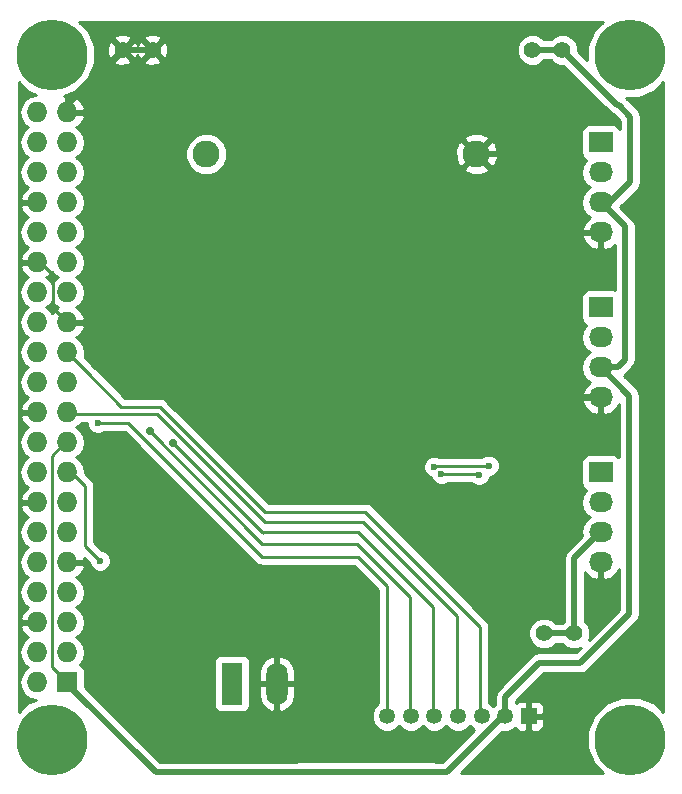
<source format=gbr>
G04 #@! TF.FileFunction,Copper,L2,Bot,Signal*
%FSLAX46Y46*%
G04 Gerber Fmt 4.6, Leading zero omitted, Abs format (unit mm)*
G04 Created by KiCad (PCBNEW 4.0.7-e2-6376~58~ubuntu17.04.1) date Sat Sep 30 09:18:45 2017*
%MOMM*%
%LPD*%
G01*
G04 APERTURE LIST*
%ADD10C,0.100000*%
%ADD11C,6.000000*%
%ADD12R,1.800000X3.600000*%
%ADD13O,1.800000X3.600000*%
%ADD14R,1.350000X1.350000*%
%ADD15C,1.350000*%
%ADD16R,2.032000X1.727200*%
%ADD17O,2.032000X1.727200*%
%ADD18C,1.400000*%
%ADD19R,1.727200X1.727200*%
%ADD20O,1.727200X1.727200*%
%ADD21C,2.290000*%
%ADD22C,0.700000*%
%ADD23C,0.600000*%
%ADD24C,0.500000*%
%ADD25C,0.250000*%
%ADD26C,0.254000*%
G04 APERTURE END LIST*
D10*
D11*
X68500000Y-58500000D03*
X117500000Y-58500000D03*
X68500000Y-116500000D03*
X117500000Y-116500000D03*
D12*
X83750000Y-111750000D03*
D13*
X87560000Y-111750000D03*
D14*
X108900000Y-114500000D03*
D15*
X106900000Y-114500000D03*
X104900000Y-114500000D03*
X102900000Y-114500000D03*
X100900000Y-114500000D03*
X98900000Y-114500000D03*
X96900000Y-114500000D03*
D16*
X115000000Y-65922000D03*
D17*
X115000000Y-68462000D03*
X115000000Y-71002000D03*
X115000000Y-73542000D03*
D16*
X115000000Y-79892000D03*
D17*
X115000000Y-82432000D03*
X115000000Y-84972000D03*
X115000000Y-87512000D03*
D16*
X115000000Y-93862000D03*
D17*
X115000000Y-96402000D03*
X115000000Y-98942000D03*
X115000000Y-101482000D03*
D18*
X74500000Y-58100000D03*
X77040000Y-58100000D03*
X110200000Y-107500000D03*
X112740000Y-107500000D03*
X109200000Y-58100000D03*
X111740000Y-58100000D03*
D19*
X69826000Y-111650000D03*
D20*
X67286000Y-111650000D03*
X69826000Y-109110000D03*
X67286000Y-109110000D03*
X69826000Y-106570000D03*
X67286000Y-106570000D03*
X69826000Y-104030000D03*
X67286000Y-104030000D03*
X69826000Y-101490000D03*
X67286000Y-101490000D03*
X69826000Y-98950000D03*
X67286000Y-98950000D03*
X69826000Y-96410000D03*
X67286000Y-96410000D03*
X69826000Y-93870000D03*
X67286000Y-93870000D03*
X69826000Y-91330000D03*
X67286000Y-91330000D03*
X69826000Y-88790000D03*
X67286000Y-88790000D03*
X69826000Y-86250000D03*
X67286000Y-86250000D03*
X69826000Y-83710000D03*
X67286000Y-83710000D03*
X69826000Y-81170000D03*
X67286000Y-81170000D03*
X69826000Y-78630000D03*
X67286000Y-78630000D03*
X69826000Y-76090000D03*
X67286000Y-76090000D03*
X69826000Y-73550000D03*
X67286000Y-73550000D03*
X69826000Y-71010000D03*
X67286000Y-71010000D03*
X69826000Y-68470000D03*
X67286000Y-68470000D03*
X69826000Y-65930000D03*
X67286000Y-65930000D03*
X69826000Y-63390000D03*
X67286000Y-63390000D03*
D21*
X104460000Y-66900000D03*
X81600000Y-66900000D03*
D22*
X76800000Y-90400000D03*
X78800000Y-91400000D03*
D23*
X72400000Y-89700000D03*
X105500000Y-93300000D03*
X100900000Y-93400000D03*
X104700000Y-94100000D03*
X101500000Y-94000000D03*
X72600000Y-101350000D03*
D22*
X108800000Y-66900000D03*
X76700000Y-85900000D03*
X99400000Y-85500000D03*
X101100000Y-79400000D03*
X82650000Y-99250000D03*
X85550000Y-80100000D03*
X112300000Y-87550000D03*
X91750000Y-111300000D03*
X76750000Y-102750000D03*
X112500000Y-73550000D03*
D24*
X109200000Y-58100000D02*
X111740000Y-58100000D01*
X111740000Y-58100000D02*
X116390000Y-62750000D01*
X116390000Y-62750000D02*
X116500000Y-62750000D01*
X106900000Y-114500000D02*
X106700000Y-114500000D01*
X106700000Y-114500000D02*
X101950000Y-119250000D01*
X101950000Y-119250000D02*
X77300000Y-119250000D01*
X106900000Y-114500000D02*
X106900000Y-112900000D01*
X117400000Y-87372000D02*
X115000000Y-84972000D01*
X117400000Y-105850000D02*
X117400000Y-87372000D01*
X113250000Y-110000000D02*
X117400000Y-105850000D01*
X109800000Y-110000000D02*
X113250000Y-110000000D01*
X106900000Y-112900000D02*
X109800000Y-110000000D01*
X77300000Y-119250000D02*
X69826000Y-111776000D01*
X77300000Y-119250000D02*
X100800000Y-119200000D01*
X69826000Y-111650000D02*
X69826000Y-111776000D01*
D25*
X69826000Y-91330000D02*
X69670000Y-91330000D01*
X69670000Y-91330000D02*
X68550000Y-92450000D01*
X68550000Y-110374000D02*
X69826000Y-111650000D01*
X68550000Y-92450000D02*
X68550000Y-110374000D01*
D24*
X115000000Y-71002000D02*
X115798000Y-71002000D01*
X115798000Y-71002000D02*
X117500000Y-69300000D01*
X117500000Y-63750000D02*
X116500000Y-62750000D01*
X117500000Y-69300000D02*
X117500000Y-63750000D01*
X115000000Y-84972000D02*
X116428000Y-84972000D01*
X117050000Y-73052000D02*
X115000000Y-71002000D01*
X117050000Y-84350000D02*
X117050000Y-73052000D01*
X116428000Y-84972000D02*
X117050000Y-84350000D01*
D25*
X98800000Y-114400000D02*
X98800000Y-104400000D01*
X94330678Y-99930678D02*
X98800000Y-104400000D01*
X94330678Y-99930678D02*
X86283373Y-99930678D01*
X98800000Y-114400000D02*
X98900000Y-114500000D01*
X86095018Y-99704143D02*
X86095018Y-99695018D01*
X86095018Y-99695018D02*
X76800000Y-90400000D01*
X86300955Y-99951824D02*
X86283373Y-99930678D01*
X86283373Y-99930678D02*
X86095018Y-99704143D01*
X86095018Y-99704143D02*
X86050000Y-99650000D01*
X100800000Y-114400000D02*
X100800000Y-105300000D01*
X94439349Y-98939349D02*
X100800000Y-105300000D01*
X94439349Y-98939349D02*
X86400000Y-98939349D01*
X100800000Y-114400000D02*
X100900000Y-114500000D01*
X86400000Y-98900000D02*
X86300000Y-98900000D01*
X86300000Y-98900000D02*
X78800000Y-91400000D01*
X86400000Y-98939349D02*
X86400000Y-98900000D01*
X86361111Y-98939349D02*
X86400000Y-98939349D01*
X86386699Y-98964638D02*
X86361111Y-98939349D01*
X75900000Y-90600000D02*
X75000000Y-89700000D01*
X86325000Y-101025000D02*
X75900000Y-90600000D01*
X72300000Y-89700000D02*
X72400000Y-89700000D01*
X75000000Y-89700000D02*
X72300000Y-89700000D01*
X96900000Y-103500000D02*
X94400000Y-101000000D01*
X96900000Y-114500000D02*
X96900000Y-103500000D01*
X94400000Y-101000000D02*
X94200000Y-101000000D01*
X67286000Y-83710000D02*
X67286000Y-83736000D01*
X87275000Y-101025000D02*
X86325000Y-101025000D01*
X94200000Y-101000000D02*
X87300000Y-101000000D01*
X87275000Y-101025000D02*
X87300000Y-101000000D01*
X86325000Y-101025000D02*
X86350000Y-101050000D01*
D24*
X115000000Y-98942000D02*
X114958000Y-98942000D01*
X114958000Y-98942000D02*
X112740000Y-101160000D01*
X112740000Y-104960000D02*
X112740000Y-107500000D01*
X112740000Y-101160000D02*
X112740000Y-104960000D01*
X112740000Y-107500000D02*
X110200000Y-107500000D01*
X115000000Y-98942000D02*
X115000000Y-99100000D01*
D25*
X105500000Y-93300000D02*
X101800000Y-93300000D01*
X101800000Y-93300000D02*
X101700000Y-93300000D01*
X101000000Y-93300000D02*
X101700000Y-93300000D01*
X101700000Y-93300000D02*
X101800000Y-93300000D01*
X100900000Y-93400000D02*
X101000000Y-93300000D01*
X104700000Y-94100000D02*
X104600000Y-94000000D01*
X104600000Y-94000000D02*
X101500000Y-94000000D01*
X71350000Y-100100000D02*
X72600000Y-101350000D01*
X71350000Y-95050000D02*
X71350000Y-100100000D01*
X70170000Y-93870000D02*
X71350000Y-95050000D01*
X69826000Y-93870000D02*
X70170000Y-93870000D01*
X104800000Y-114400000D02*
X104800000Y-106950000D01*
X86550000Y-97200000D02*
X77650000Y-88300000D01*
X77650000Y-88300000D02*
X74400000Y-88300000D01*
X74400000Y-88300000D02*
X71500000Y-85400000D01*
X71500000Y-85400000D02*
X71500000Y-85384000D01*
X95050000Y-97200000D02*
X87000000Y-97200000D01*
X104800000Y-106950000D02*
X95050000Y-97200000D01*
X87000000Y-97200000D02*
X86550000Y-97200000D01*
X104800000Y-114400000D02*
X104900000Y-114500000D01*
X71666000Y-85550000D02*
X71500000Y-85384000D01*
X71500000Y-85384000D02*
X69826000Y-83710000D01*
X102800000Y-114400000D02*
X102800000Y-106050000D01*
X94850000Y-98100000D02*
X102800000Y-106050000D01*
X94850000Y-98100000D02*
X86800000Y-98100000D01*
X102800000Y-114400000D02*
X102900000Y-114500000D01*
X69936000Y-88900000D02*
X75200000Y-88900000D01*
X86600000Y-98100000D02*
X86800000Y-98100000D01*
X77400000Y-88900000D02*
X75200000Y-88900000D01*
X86600000Y-98100000D02*
X77400000Y-88900000D01*
X69936000Y-88900000D02*
X69826000Y-88790000D01*
X86750000Y-98100000D02*
X86800000Y-98100000D01*
X67286000Y-76090000D02*
X67490000Y-76090000D01*
X67490000Y-76090000D02*
X68600000Y-77200000D01*
X68600000Y-79944000D02*
X69826000Y-81170000D01*
X68600000Y-77200000D02*
X68600000Y-79944000D01*
X67286000Y-76090000D02*
X67286000Y-76114000D01*
D24*
X77040000Y-58100000D02*
X74500000Y-58100000D01*
X74500000Y-58100000D02*
X69826000Y-62774000D01*
X69826000Y-62774000D02*
X69826000Y-63390000D01*
X104460000Y-66900000D02*
X108800000Y-66900000D01*
X67286000Y-96410000D02*
X67286000Y-96514000D01*
X115000000Y-87512000D02*
X112338000Y-87512000D01*
X112338000Y-87512000D02*
X112300000Y-87550000D01*
X69826000Y-63390000D02*
X69840000Y-63390000D01*
X114812000Y-73592000D02*
X112542000Y-73592000D01*
X112542000Y-73592000D02*
X112500000Y-73550000D01*
D26*
G36*
X120290000Y-114149715D02*
X119561751Y-113420194D01*
X118226218Y-112865632D01*
X116780126Y-112864370D01*
X115443628Y-113416600D01*
X114420194Y-114438249D01*
X113865632Y-115773782D01*
X113864370Y-117219874D01*
X114416600Y-118556372D01*
X115148948Y-119290000D01*
X103161580Y-119290000D01*
X106641804Y-115809775D01*
X107159432Y-115810226D01*
X107641086Y-115611211D01*
X107702189Y-115550214D01*
X107865301Y-115713327D01*
X108098690Y-115810000D01*
X108614250Y-115810000D01*
X108773000Y-115651250D01*
X108773000Y-114627000D01*
X109027000Y-114627000D01*
X109027000Y-115651250D01*
X109185750Y-115810000D01*
X109701310Y-115810000D01*
X109934699Y-115713327D01*
X110113327Y-115534698D01*
X110210000Y-115301309D01*
X110210000Y-114785750D01*
X110051250Y-114627000D01*
X109027000Y-114627000D01*
X108773000Y-114627000D01*
X108753000Y-114627000D01*
X108753000Y-114373000D01*
X108773000Y-114373000D01*
X108773000Y-113348750D01*
X109027000Y-113348750D01*
X109027000Y-114373000D01*
X110051250Y-114373000D01*
X110210000Y-114214250D01*
X110210000Y-113698691D01*
X110113327Y-113465302D01*
X109934699Y-113286673D01*
X109701310Y-113190000D01*
X109185750Y-113190000D01*
X109027000Y-113348750D01*
X108773000Y-113348750D01*
X108614250Y-113190000D01*
X108098690Y-113190000D01*
X107865301Y-113286673D01*
X107785000Y-113366974D01*
X107785000Y-113266580D01*
X110166579Y-110885000D01*
X113249995Y-110885000D01*
X113250000Y-110885001D01*
X113532484Y-110828810D01*
X113588675Y-110817633D01*
X113875790Y-110625790D01*
X118025787Y-106475792D01*
X118025790Y-106475790D01*
X118217633Y-106188675D01*
X118222388Y-106164769D01*
X118285001Y-105850000D01*
X118285000Y-105849995D01*
X118285000Y-87372005D01*
X118285001Y-87372000D01*
X118217634Y-87033326D01*
X118153975Y-86938054D01*
X118025790Y-86746210D01*
X118025787Y-86746208D01*
X116948033Y-85668454D01*
X117053790Y-85597790D01*
X117675787Y-84975792D01*
X117675790Y-84975790D01*
X117867633Y-84688675D01*
X117905959Y-84496000D01*
X117935001Y-84350000D01*
X117935000Y-84349995D01*
X117935000Y-73052005D01*
X117935001Y-73052000D01*
X117867633Y-72713326D01*
X117867633Y-72713325D01*
X117675790Y-72426210D01*
X117675787Y-72426208D01*
X116650580Y-71401000D01*
X118125787Y-69925792D01*
X118125790Y-69925790D01*
X118317633Y-69638675D01*
X118385000Y-69300000D01*
X118385000Y-63750005D01*
X118385001Y-63750000D01*
X118317634Y-63411326D01*
X118218526Y-63263000D01*
X118125790Y-63124210D01*
X118125787Y-63124208D01*
X117136264Y-62134684D01*
X118219874Y-62135630D01*
X119556372Y-61583400D01*
X120290000Y-60851052D01*
X120290000Y-114149715D01*
X120290000Y-114149715D01*
G37*
X120290000Y-114149715D02*
X119561751Y-113420194D01*
X118226218Y-112865632D01*
X116780126Y-112864370D01*
X115443628Y-113416600D01*
X114420194Y-114438249D01*
X113865632Y-115773782D01*
X113864370Y-117219874D01*
X114416600Y-118556372D01*
X115148948Y-119290000D01*
X103161580Y-119290000D01*
X106641804Y-115809775D01*
X107159432Y-115810226D01*
X107641086Y-115611211D01*
X107702189Y-115550214D01*
X107865301Y-115713327D01*
X108098690Y-115810000D01*
X108614250Y-115810000D01*
X108773000Y-115651250D01*
X108773000Y-114627000D01*
X109027000Y-114627000D01*
X109027000Y-115651250D01*
X109185750Y-115810000D01*
X109701310Y-115810000D01*
X109934699Y-115713327D01*
X110113327Y-115534698D01*
X110210000Y-115301309D01*
X110210000Y-114785750D01*
X110051250Y-114627000D01*
X109027000Y-114627000D01*
X108773000Y-114627000D01*
X108753000Y-114627000D01*
X108753000Y-114373000D01*
X108773000Y-114373000D01*
X108773000Y-113348750D01*
X109027000Y-113348750D01*
X109027000Y-114373000D01*
X110051250Y-114373000D01*
X110210000Y-114214250D01*
X110210000Y-113698691D01*
X110113327Y-113465302D01*
X109934699Y-113286673D01*
X109701310Y-113190000D01*
X109185750Y-113190000D01*
X109027000Y-113348750D01*
X108773000Y-113348750D01*
X108614250Y-113190000D01*
X108098690Y-113190000D01*
X107865301Y-113286673D01*
X107785000Y-113366974D01*
X107785000Y-113266580D01*
X110166579Y-110885000D01*
X113249995Y-110885000D01*
X113250000Y-110885001D01*
X113532484Y-110828810D01*
X113588675Y-110817633D01*
X113875790Y-110625790D01*
X118025787Y-106475792D01*
X118025790Y-106475790D01*
X118217633Y-106188675D01*
X118222388Y-106164769D01*
X118285001Y-105850000D01*
X118285000Y-105849995D01*
X118285000Y-87372005D01*
X118285001Y-87372000D01*
X118217634Y-87033326D01*
X118153975Y-86938054D01*
X118025790Y-86746210D01*
X118025787Y-86746208D01*
X116948033Y-85668454D01*
X117053790Y-85597790D01*
X117675787Y-84975792D01*
X117675790Y-84975790D01*
X117867633Y-84688675D01*
X117905959Y-84496000D01*
X117935001Y-84350000D01*
X117935000Y-84349995D01*
X117935000Y-73052005D01*
X117935001Y-73052000D01*
X117867633Y-72713326D01*
X117867633Y-72713325D01*
X117675790Y-72426210D01*
X117675787Y-72426208D01*
X116650580Y-71401000D01*
X118125787Y-69925792D01*
X118125790Y-69925790D01*
X118317633Y-69638675D01*
X118385000Y-69300000D01*
X118385000Y-63750005D01*
X118385001Y-63750000D01*
X118317634Y-63411326D01*
X118218526Y-63263000D01*
X118125790Y-63124210D01*
X118125787Y-63124208D01*
X117136264Y-62134684D01*
X118219874Y-62135630D01*
X119556372Y-61583400D01*
X120290000Y-60851052D01*
X120290000Y-114149715D01*
G36*
X71464838Y-89885167D02*
X71606883Y-90228943D01*
X71869673Y-90492192D01*
X72213201Y-90634838D01*
X72585167Y-90635162D01*
X72928943Y-90493117D01*
X72962118Y-90460000D01*
X74685198Y-90460000D01*
X85812599Y-101587401D01*
X86059160Y-101752148D01*
X86350000Y-101810000D01*
X86475682Y-101785000D01*
X87275000Y-101785000D01*
X87400682Y-101760000D01*
X94085198Y-101760000D01*
X96140000Y-103814802D01*
X96140000Y-113407670D01*
X95790084Y-113756976D01*
X95590228Y-114238282D01*
X95589774Y-114759432D01*
X95788789Y-115241086D01*
X96156976Y-115609916D01*
X96638282Y-115809772D01*
X97159432Y-115810226D01*
X97641086Y-115611211D01*
X97900129Y-115352620D01*
X98156976Y-115609916D01*
X98638282Y-115809772D01*
X99159432Y-115810226D01*
X99641086Y-115611211D01*
X99900129Y-115352620D01*
X100156976Y-115609916D01*
X100638282Y-115809772D01*
X101159432Y-115810226D01*
X101641086Y-115611211D01*
X101900129Y-115352620D01*
X102156976Y-115609916D01*
X102638282Y-115809772D01*
X103159432Y-115810226D01*
X103641086Y-115611211D01*
X103900129Y-115352620D01*
X104156976Y-115609916D01*
X104285243Y-115663177D01*
X101583420Y-118365000D01*
X101052298Y-118365000D01*
X100798117Y-118315002D01*
X77665799Y-118364220D01*
X71337040Y-112035460D01*
X71337040Y-110786400D01*
X71292762Y-110551083D01*
X71153690Y-110334959D01*
X70941490Y-110189969D01*
X70897869Y-110181136D01*
X70915029Y-110169670D01*
X71061807Y-109950000D01*
X82202560Y-109950000D01*
X82202560Y-113550000D01*
X82246838Y-113785317D01*
X82385910Y-114001441D01*
X82598110Y-114146431D01*
X82850000Y-114197440D01*
X84650000Y-114197440D01*
X84885317Y-114153162D01*
X85101441Y-114014090D01*
X85246431Y-113801890D01*
X85297440Y-113550000D01*
X85297440Y-111877000D01*
X86025000Y-111877000D01*
X86025000Y-112777000D01*
X86190446Y-113354752D01*
X86564394Y-113825212D01*
X87089914Y-114116756D01*
X87195260Y-114141036D01*
X87433000Y-114020378D01*
X87433000Y-111877000D01*
X87687000Y-111877000D01*
X87687000Y-114020378D01*
X87924740Y-114141036D01*
X88030086Y-114116756D01*
X88555606Y-113825212D01*
X88929554Y-113354752D01*
X89095000Y-112777000D01*
X89095000Y-111877000D01*
X87687000Y-111877000D01*
X87433000Y-111877000D01*
X86025000Y-111877000D01*
X85297440Y-111877000D01*
X85297440Y-110723000D01*
X86025000Y-110723000D01*
X86025000Y-111623000D01*
X87433000Y-111623000D01*
X87433000Y-109479622D01*
X87687000Y-109479622D01*
X87687000Y-111623000D01*
X89095000Y-111623000D01*
X89095000Y-110723000D01*
X88929554Y-110145248D01*
X88555606Y-109674788D01*
X88030086Y-109383244D01*
X87924740Y-109358964D01*
X87687000Y-109479622D01*
X87433000Y-109479622D01*
X87195260Y-109358964D01*
X87089914Y-109383244D01*
X86564394Y-109674788D01*
X86190446Y-110145248D01*
X86025000Y-110723000D01*
X85297440Y-110723000D01*
X85297440Y-109950000D01*
X85253162Y-109714683D01*
X85114090Y-109498559D01*
X84901890Y-109353569D01*
X84650000Y-109302560D01*
X82850000Y-109302560D01*
X82614683Y-109346838D01*
X82398559Y-109485910D01*
X82253569Y-109698110D01*
X82202560Y-109950000D01*
X71061807Y-109950000D01*
X71239885Y-109683489D01*
X71353959Y-109110000D01*
X71239885Y-108536511D01*
X70915029Y-108050330D01*
X70600248Y-107840000D01*
X70915029Y-107629670D01*
X71239885Y-107143489D01*
X71353959Y-106570000D01*
X71239885Y-105996511D01*
X70915029Y-105510330D01*
X70600248Y-105300000D01*
X70915029Y-105089670D01*
X71239885Y-104603489D01*
X71353959Y-104030000D01*
X71239885Y-103456511D01*
X70915029Y-102970330D01*
X70591772Y-102754336D01*
X70714490Y-102696821D01*
X71108688Y-102264947D01*
X71280958Y-101849026D01*
X71159817Y-101617000D01*
X69953000Y-101617000D01*
X69953000Y-101637000D01*
X69699000Y-101637000D01*
X69699000Y-101617000D01*
X69679000Y-101617000D01*
X69679000Y-101363000D01*
X69699000Y-101363000D01*
X69699000Y-101343000D01*
X69953000Y-101343000D01*
X69953000Y-101363000D01*
X71159817Y-101363000D01*
X71280958Y-101130974D01*
X71263131Y-101087933D01*
X71664878Y-101489680D01*
X71664838Y-101535167D01*
X71806883Y-101878943D01*
X72069673Y-102142192D01*
X72413201Y-102284838D01*
X72785167Y-102285162D01*
X73128943Y-102143117D01*
X73392192Y-101880327D01*
X73534838Y-101536799D01*
X73535162Y-101164833D01*
X73393117Y-100821057D01*
X73130327Y-100557808D01*
X72786799Y-100415162D01*
X72739923Y-100415121D01*
X72110000Y-99785198D01*
X72110000Y-95050000D01*
X72052148Y-94759161D01*
X71887401Y-94512599D01*
X71335849Y-93961047D01*
X71353959Y-93870000D01*
X71239885Y-93296511D01*
X70915029Y-92810330D01*
X70600248Y-92600000D01*
X70915029Y-92389670D01*
X71239885Y-91903489D01*
X71353959Y-91330000D01*
X71239885Y-90756511D01*
X70915029Y-90270330D01*
X70600248Y-90060000D01*
X70915029Y-89849670D01*
X71041763Y-89660000D01*
X71465034Y-89660000D01*
X71464838Y-89885167D01*
X71464838Y-89885167D01*
G37*
X71464838Y-89885167D02*
X71606883Y-90228943D01*
X71869673Y-90492192D01*
X72213201Y-90634838D01*
X72585167Y-90635162D01*
X72928943Y-90493117D01*
X72962118Y-90460000D01*
X74685198Y-90460000D01*
X85812599Y-101587401D01*
X86059160Y-101752148D01*
X86350000Y-101810000D01*
X86475682Y-101785000D01*
X87275000Y-101785000D01*
X87400682Y-101760000D01*
X94085198Y-101760000D01*
X96140000Y-103814802D01*
X96140000Y-113407670D01*
X95790084Y-113756976D01*
X95590228Y-114238282D01*
X95589774Y-114759432D01*
X95788789Y-115241086D01*
X96156976Y-115609916D01*
X96638282Y-115809772D01*
X97159432Y-115810226D01*
X97641086Y-115611211D01*
X97900129Y-115352620D01*
X98156976Y-115609916D01*
X98638282Y-115809772D01*
X99159432Y-115810226D01*
X99641086Y-115611211D01*
X99900129Y-115352620D01*
X100156976Y-115609916D01*
X100638282Y-115809772D01*
X101159432Y-115810226D01*
X101641086Y-115611211D01*
X101900129Y-115352620D01*
X102156976Y-115609916D01*
X102638282Y-115809772D01*
X103159432Y-115810226D01*
X103641086Y-115611211D01*
X103900129Y-115352620D01*
X104156976Y-115609916D01*
X104285243Y-115663177D01*
X101583420Y-118365000D01*
X101052298Y-118365000D01*
X100798117Y-118315002D01*
X77665799Y-118364220D01*
X71337040Y-112035460D01*
X71337040Y-110786400D01*
X71292762Y-110551083D01*
X71153690Y-110334959D01*
X70941490Y-110189969D01*
X70897869Y-110181136D01*
X70915029Y-110169670D01*
X71061807Y-109950000D01*
X82202560Y-109950000D01*
X82202560Y-113550000D01*
X82246838Y-113785317D01*
X82385910Y-114001441D01*
X82598110Y-114146431D01*
X82850000Y-114197440D01*
X84650000Y-114197440D01*
X84885317Y-114153162D01*
X85101441Y-114014090D01*
X85246431Y-113801890D01*
X85297440Y-113550000D01*
X85297440Y-111877000D01*
X86025000Y-111877000D01*
X86025000Y-112777000D01*
X86190446Y-113354752D01*
X86564394Y-113825212D01*
X87089914Y-114116756D01*
X87195260Y-114141036D01*
X87433000Y-114020378D01*
X87433000Y-111877000D01*
X87687000Y-111877000D01*
X87687000Y-114020378D01*
X87924740Y-114141036D01*
X88030086Y-114116756D01*
X88555606Y-113825212D01*
X88929554Y-113354752D01*
X89095000Y-112777000D01*
X89095000Y-111877000D01*
X87687000Y-111877000D01*
X87433000Y-111877000D01*
X86025000Y-111877000D01*
X85297440Y-111877000D01*
X85297440Y-110723000D01*
X86025000Y-110723000D01*
X86025000Y-111623000D01*
X87433000Y-111623000D01*
X87433000Y-109479622D01*
X87687000Y-109479622D01*
X87687000Y-111623000D01*
X89095000Y-111623000D01*
X89095000Y-110723000D01*
X88929554Y-110145248D01*
X88555606Y-109674788D01*
X88030086Y-109383244D01*
X87924740Y-109358964D01*
X87687000Y-109479622D01*
X87433000Y-109479622D01*
X87195260Y-109358964D01*
X87089914Y-109383244D01*
X86564394Y-109674788D01*
X86190446Y-110145248D01*
X86025000Y-110723000D01*
X85297440Y-110723000D01*
X85297440Y-109950000D01*
X85253162Y-109714683D01*
X85114090Y-109498559D01*
X84901890Y-109353569D01*
X84650000Y-109302560D01*
X82850000Y-109302560D01*
X82614683Y-109346838D01*
X82398559Y-109485910D01*
X82253569Y-109698110D01*
X82202560Y-109950000D01*
X71061807Y-109950000D01*
X71239885Y-109683489D01*
X71353959Y-109110000D01*
X71239885Y-108536511D01*
X70915029Y-108050330D01*
X70600248Y-107840000D01*
X70915029Y-107629670D01*
X71239885Y-107143489D01*
X71353959Y-106570000D01*
X71239885Y-105996511D01*
X70915029Y-105510330D01*
X70600248Y-105300000D01*
X70915029Y-105089670D01*
X71239885Y-104603489D01*
X71353959Y-104030000D01*
X71239885Y-103456511D01*
X70915029Y-102970330D01*
X70591772Y-102754336D01*
X70714490Y-102696821D01*
X71108688Y-102264947D01*
X71280958Y-101849026D01*
X71159817Y-101617000D01*
X69953000Y-101617000D01*
X69953000Y-101637000D01*
X69699000Y-101637000D01*
X69699000Y-101617000D01*
X69679000Y-101617000D01*
X69679000Y-101363000D01*
X69699000Y-101363000D01*
X69699000Y-101343000D01*
X69953000Y-101343000D01*
X69953000Y-101363000D01*
X71159817Y-101363000D01*
X71280958Y-101130974D01*
X71263131Y-101087933D01*
X71664878Y-101489680D01*
X71664838Y-101535167D01*
X71806883Y-101878943D01*
X72069673Y-102142192D01*
X72413201Y-102284838D01*
X72785167Y-102285162D01*
X73128943Y-102143117D01*
X73392192Y-101880327D01*
X73534838Y-101536799D01*
X73535162Y-101164833D01*
X73393117Y-100821057D01*
X73130327Y-100557808D01*
X72786799Y-100415162D01*
X72739923Y-100415121D01*
X72110000Y-99785198D01*
X72110000Y-95050000D01*
X72052148Y-94759161D01*
X71887401Y-94512599D01*
X71335849Y-93961047D01*
X71353959Y-93870000D01*
X71239885Y-93296511D01*
X70915029Y-92810330D01*
X70600248Y-92600000D01*
X70915029Y-92389670D01*
X71239885Y-91903489D01*
X71353959Y-91330000D01*
X71239885Y-90756511D01*
X70915029Y-90270330D01*
X70600248Y-90060000D01*
X70915029Y-89849670D01*
X71041763Y-89660000D01*
X71465034Y-89660000D01*
X71464838Y-89885167D01*
G36*
X66438249Y-61579806D02*
X67210671Y-61900544D01*
X66683152Y-62005474D01*
X66196971Y-62330330D01*
X65872115Y-62816511D01*
X65758041Y-63390000D01*
X65872115Y-63963489D01*
X66196971Y-64449670D01*
X66511752Y-64660000D01*
X66196971Y-64870330D01*
X65872115Y-65356511D01*
X65758041Y-65930000D01*
X65872115Y-66503489D01*
X66196971Y-66989670D01*
X66511752Y-67200000D01*
X66196971Y-67410330D01*
X65872115Y-67896511D01*
X65758041Y-68470000D01*
X65872115Y-69043489D01*
X66196971Y-69529670D01*
X66520228Y-69745664D01*
X66397510Y-69803179D01*
X66003312Y-70235053D01*
X65831042Y-70650974D01*
X65952183Y-70883000D01*
X67159000Y-70883000D01*
X67159000Y-70863000D01*
X67413000Y-70863000D01*
X67413000Y-70883000D01*
X67433000Y-70883000D01*
X67433000Y-71137000D01*
X67413000Y-71137000D01*
X67413000Y-71157000D01*
X67159000Y-71157000D01*
X67159000Y-71137000D01*
X65952183Y-71137000D01*
X65831042Y-71369026D01*
X66003312Y-71784947D01*
X66397510Y-72216821D01*
X66520228Y-72274336D01*
X66196971Y-72490330D01*
X65872115Y-72976511D01*
X65758041Y-73550000D01*
X65872115Y-74123489D01*
X66196971Y-74609670D01*
X66520228Y-74825664D01*
X66397510Y-74883179D01*
X66003312Y-75315053D01*
X65831042Y-75730974D01*
X65952183Y-75963000D01*
X67159000Y-75963000D01*
X67159000Y-75943000D01*
X67413000Y-75943000D01*
X67413000Y-75963000D01*
X67433000Y-75963000D01*
X67433000Y-76217000D01*
X67413000Y-76217000D01*
X67413000Y-76237000D01*
X67159000Y-76237000D01*
X67159000Y-76217000D01*
X65952183Y-76217000D01*
X65831042Y-76449026D01*
X66003312Y-76864947D01*
X66397510Y-77296821D01*
X66520228Y-77354336D01*
X66196971Y-77570330D01*
X65872115Y-78056511D01*
X65758041Y-78630000D01*
X65872115Y-79203489D01*
X66196971Y-79689670D01*
X66511752Y-79900000D01*
X66196971Y-80110330D01*
X65872115Y-80596511D01*
X65758041Y-81170000D01*
X65872115Y-81743489D01*
X66196971Y-82229670D01*
X66511752Y-82440000D01*
X66196971Y-82650330D01*
X65872115Y-83136511D01*
X65758041Y-83710000D01*
X65872115Y-84283489D01*
X66196971Y-84769670D01*
X66511752Y-84980000D01*
X66196971Y-85190330D01*
X65872115Y-85676511D01*
X65758041Y-86250000D01*
X65872115Y-86823489D01*
X66196971Y-87309670D01*
X66520228Y-87525664D01*
X66397510Y-87583179D01*
X66003312Y-88015053D01*
X65831042Y-88430974D01*
X65952183Y-88663000D01*
X67159000Y-88663000D01*
X67159000Y-88643000D01*
X67413000Y-88643000D01*
X67413000Y-88663000D01*
X67433000Y-88663000D01*
X67433000Y-88917000D01*
X67413000Y-88917000D01*
X67413000Y-88937000D01*
X67159000Y-88937000D01*
X67159000Y-88917000D01*
X65952183Y-88917000D01*
X65831042Y-89149026D01*
X66003312Y-89564947D01*
X66397510Y-89996821D01*
X66520228Y-90054336D01*
X66196971Y-90270330D01*
X65872115Y-90756511D01*
X65758041Y-91330000D01*
X65872115Y-91903489D01*
X66196971Y-92389670D01*
X66511752Y-92600000D01*
X66196971Y-92810330D01*
X65872115Y-93296511D01*
X65758041Y-93870000D01*
X65872115Y-94443489D01*
X66196971Y-94929670D01*
X66520228Y-95145664D01*
X66397510Y-95203179D01*
X66003312Y-95635053D01*
X65831042Y-96050974D01*
X65952183Y-96283000D01*
X67159000Y-96283000D01*
X67159000Y-96263000D01*
X67413000Y-96263000D01*
X67413000Y-96283000D01*
X67433000Y-96283000D01*
X67433000Y-96537000D01*
X67413000Y-96537000D01*
X67413000Y-96557000D01*
X67159000Y-96557000D01*
X67159000Y-96537000D01*
X65952183Y-96537000D01*
X65831042Y-96769026D01*
X66003312Y-97184947D01*
X66397510Y-97616821D01*
X66520228Y-97674336D01*
X66196971Y-97890330D01*
X65872115Y-98376511D01*
X65758041Y-98950000D01*
X65872115Y-99523489D01*
X66196971Y-100009670D01*
X66511752Y-100220000D01*
X66196971Y-100430330D01*
X65872115Y-100916511D01*
X65758041Y-101490000D01*
X65872115Y-102063489D01*
X66196971Y-102549670D01*
X66511752Y-102760000D01*
X66196971Y-102970330D01*
X65872115Y-103456511D01*
X65758041Y-104030000D01*
X65872115Y-104603489D01*
X66196971Y-105089670D01*
X66520228Y-105305664D01*
X66397510Y-105363179D01*
X66003312Y-105795053D01*
X65831042Y-106210974D01*
X65952183Y-106443000D01*
X67159000Y-106443000D01*
X67159000Y-106423000D01*
X67413000Y-106423000D01*
X67413000Y-106443000D01*
X67433000Y-106443000D01*
X67433000Y-106697000D01*
X67413000Y-106697000D01*
X67413000Y-106717000D01*
X67159000Y-106717000D01*
X67159000Y-106697000D01*
X65952183Y-106697000D01*
X65831042Y-106929026D01*
X66003312Y-107344947D01*
X66397510Y-107776821D01*
X66520228Y-107834336D01*
X66196971Y-108050330D01*
X65872115Y-108536511D01*
X65758041Y-109110000D01*
X65872115Y-109683489D01*
X66196971Y-110169670D01*
X66511752Y-110380000D01*
X66196971Y-110590330D01*
X65872115Y-111076511D01*
X65758041Y-111650000D01*
X65872115Y-112223489D01*
X66196971Y-112709670D01*
X66683152Y-113034526D01*
X67145663Y-113126525D01*
X66443628Y-113416600D01*
X65710000Y-114148948D01*
X65710000Y-60850285D01*
X66438249Y-61579806D01*
X66438249Y-61579806D01*
G37*
X66438249Y-61579806D02*
X67210671Y-61900544D01*
X66683152Y-62005474D01*
X66196971Y-62330330D01*
X65872115Y-62816511D01*
X65758041Y-63390000D01*
X65872115Y-63963489D01*
X66196971Y-64449670D01*
X66511752Y-64660000D01*
X66196971Y-64870330D01*
X65872115Y-65356511D01*
X65758041Y-65930000D01*
X65872115Y-66503489D01*
X66196971Y-66989670D01*
X66511752Y-67200000D01*
X66196971Y-67410330D01*
X65872115Y-67896511D01*
X65758041Y-68470000D01*
X65872115Y-69043489D01*
X66196971Y-69529670D01*
X66520228Y-69745664D01*
X66397510Y-69803179D01*
X66003312Y-70235053D01*
X65831042Y-70650974D01*
X65952183Y-70883000D01*
X67159000Y-70883000D01*
X67159000Y-70863000D01*
X67413000Y-70863000D01*
X67413000Y-70883000D01*
X67433000Y-70883000D01*
X67433000Y-71137000D01*
X67413000Y-71137000D01*
X67413000Y-71157000D01*
X67159000Y-71157000D01*
X67159000Y-71137000D01*
X65952183Y-71137000D01*
X65831042Y-71369026D01*
X66003312Y-71784947D01*
X66397510Y-72216821D01*
X66520228Y-72274336D01*
X66196971Y-72490330D01*
X65872115Y-72976511D01*
X65758041Y-73550000D01*
X65872115Y-74123489D01*
X66196971Y-74609670D01*
X66520228Y-74825664D01*
X66397510Y-74883179D01*
X66003312Y-75315053D01*
X65831042Y-75730974D01*
X65952183Y-75963000D01*
X67159000Y-75963000D01*
X67159000Y-75943000D01*
X67413000Y-75943000D01*
X67413000Y-75963000D01*
X67433000Y-75963000D01*
X67433000Y-76217000D01*
X67413000Y-76217000D01*
X67413000Y-76237000D01*
X67159000Y-76237000D01*
X67159000Y-76217000D01*
X65952183Y-76217000D01*
X65831042Y-76449026D01*
X66003312Y-76864947D01*
X66397510Y-77296821D01*
X66520228Y-77354336D01*
X66196971Y-77570330D01*
X65872115Y-78056511D01*
X65758041Y-78630000D01*
X65872115Y-79203489D01*
X66196971Y-79689670D01*
X66511752Y-79900000D01*
X66196971Y-80110330D01*
X65872115Y-80596511D01*
X65758041Y-81170000D01*
X65872115Y-81743489D01*
X66196971Y-82229670D01*
X66511752Y-82440000D01*
X66196971Y-82650330D01*
X65872115Y-83136511D01*
X65758041Y-83710000D01*
X65872115Y-84283489D01*
X66196971Y-84769670D01*
X66511752Y-84980000D01*
X66196971Y-85190330D01*
X65872115Y-85676511D01*
X65758041Y-86250000D01*
X65872115Y-86823489D01*
X66196971Y-87309670D01*
X66520228Y-87525664D01*
X66397510Y-87583179D01*
X66003312Y-88015053D01*
X65831042Y-88430974D01*
X65952183Y-88663000D01*
X67159000Y-88663000D01*
X67159000Y-88643000D01*
X67413000Y-88643000D01*
X67413000Y-88663000D01*
X67433000Y-88663000D01*
X67433000Y-88917000D01*
X67413000Y-88917000D01*
X67413000Y-88937000D01*
X67159000Y-88937000D01*
X67159000Y-88917000D01*
X65952183Y-88917000D01*
X65831042Y-89149026D01*
X66003312Y-89564947D01*
X66397510Y-89996821D01*
X66520228Y-90054336D01*
X66196971Y-90270330D01*
X65872115Y-90756511D01*
X65758041Y-91330000D01*
X65872115Y-91903489D01*
X66196971Y-92389670D01*
X66511752Y-92600000D01*
X66196971Y-92810330D01*
X65872115Y-93296511D01*
X65758041Y-93870000D01*
X65872115Y-94443489D01*
X66196971Y-94929670D01*
X66520228Y-95145664D01*
X66397510Y-95203179D01*
X66003312Y-95635053D01*
X65831042Y-96050974D01*
X65952183Y-96283000D01*
X67159000Y-96283000D01*
X67159000Y-96263000D01*
X67413000Y-96263000D01*
X67413000Y-96283000D01*
X67433000Y-96283000D01*
X67433000Y-96537000D01*
X67413000Y-96537000D01*
X67413000Y-96557000D01*
X67159000Y-96557000D01*
X67159000Y-96537000D01*
X65952183Y-96537000D01*
X65831042Y-96769026D01*
X66003312Y-97184947D01*
X66397510Y-97616821D01*
X66520228Y-97674336D01*
X66196971Y-97890330D01*
X65872115Y-98376511D01*
X65758041Y-98950000D01*
X65872115Y-99523489D01*
X66196971Y-100009670D01*
X66511752Y-100220000D01*
X66196971Y-100430330D01*
X65872115Y-100916511D01*
X65758041Y-101490000D01*
X65872115Y-102063489D01*
X66196971Y-102549670D01*
X66511752Y-102760000D01*
X66196971Y-102970330D01*
X65872115Y-103456511D01*
X65758041Y-104030000D01*
X65872115Y-104603489D01*
X66196971Y-105089670D01*
X66520228Y-105305664D01*
X66397510Y-105363179D01*
X66003312Y-105795053D01*
X65831042Y-106210974D01*
X65952183Y-106443000D01*
X67159000Y-106443000D01*
X67159000Y-106423000D01*
X67413000Y-106423000D01*
X67413000Y-106443000D01*
X67433000Y-106443000D01*
X67433000Y-106697000D01*
X67413000Y-106697000D01*
X67413000Y-106717000D01*
X67159000Y-106717000D01*
X67159000Y-106697000D01*
X65952183Y-106697000D01*
X65831042Y-106929026D01*
X66003312Y-107344947D01*
X66397510Y-107776821D01*
X66520228Y-107834336D01*
X66196971Y-108050330D01*
X65872115Y-108536511D01*
X65758041Y-109110000D01*
X65872115Y-109683489D01*
X66196971Y-110169670D01*
X66511752Y-110380000D01*
X66196971Y-110590330D01*
X65872115Y-111076511D01*
X65758041Y-111650000D01*
X65872115Y-112223489D01*
X66196971Y-112709670D01*
X66683152Y-113034526D01*
X67145663Y-113126525D01*
X66443628Y-113416600D01*
X65710000Y-114148948D01*
X65710000Y-60850285D01*
X66438249Y-61579806D01*
G36*
X114420194Y-56438249D02*
X113865632Y-57773782D01*
X113864585Y-58973006D01*
X113074928Y-58183348D01*
X113075231Y-57835617D01*
X112872418Y-57344771D01*
X112497204Y-56968902D01*
X112006713Y-56765232D01*
X111475617Y-56764769D01*
X110984771Y-56967582D01*
X110736921Y-57215000D01*
X110202873Y-57215000D01*
X109957204Y-56968902D01*
X109466713Y-56765232D01*
X108935617Y-56764769D01*
X108444771Y-56967582D01*
X108068902Y-57342796D01*
X107865232Y-57833287D01*
X107864769Y-58364383D01*
X108067582Y-58855229D01*
X108442796Y-59231098D01*
X108933287Y-59434768D01*
X109464383Y-59435231D01*
X109955229Y-59232418D01*
X110203079Y-58985000D01*
X110737127Y-58985000D01*
X110982796Y-59231098D01*
X111473287Y-59434768D01*
X111823493Y-59435073D01*
X115764208Y-63375787D01*
X115764210Y-63375790D01*
X116051325Y-63567633D01*
X116069710Y-63571290D01*
X116615000Y-64116579D01*
X116615000Y-64816615D01*
X116480090Y-64606959D01*
X116267890Y-64461969D01*
X116016000Y-64410960D01*
X113984000Y-64410960D01*
X113748683Y-64455238D01*
X113532559Y-64594310D01*
X113387569Y-64806510D01*
X113336560Y-65058400D01*
X113336560Y-66785600D01*
X113380838Y-67020917D01*
X113519910Y-67237041D01*
X113732110Y-67382031D01*
X113773439Y-67390400D01*
X113755585Y-67402330D01*
X113430729Y-67888511D01*
X113316655Y-68462000D01*
X113430729Y-69035489D01*
X113755585Y-69521670D01*
X114070366Y-69732000D01*
X113755585Y-69942330D01*
X113430729Y-70428511D01*
X113316655Y-71002000D01*
X113430729Y-71575489D01*
X113755585Y-72061670D01*
X114065069Y-72268461D01*
X113649268Y-72639964D01*
X113395291Y-73167209D01*
X113392642Y-73182974D01*
X113513783Y-73415000D01*
X114873000Y-73415000D01*
X114873000Y-73395000D01*
X115127000Y-73395000D01*
X115127000Y-73415000D01*
X115147000Y-73415000D01*
X115147000Y-73669000D01*
X115127000Y-73669000D01*
X115127000Y-74882924D01*
X115361913Y-75027184D01*
X115914320Y-74833954D01*
X116165000Y-74609981D01*
X116165000Y-78411133D01*
X116016000Y-78380960D01*
X113984000Y-78380960D01*
X113748683Y-78425238D01*
X113532559Y-78564310D01*
X113387569Y-78776510D01*
X113336560Y-79028400D01*
X113336560Y-80755600D01*
X113380838Y-80990917D01*
X113519910Y-81207041D01*
X113732110Y-81352031D01*
X113773439Y-81360400D01*
X113755585Y-81372330D01*
X113430729Y-81858511D01*
X113316655Y-82432000D01*
X113430729Y-83005489D01*
X113755585Y-83491670D01*
X114070366Y-83702000D01*
X113755585Y-83912330D01*
X113430729Y-84398511D01*
X113316655Y-84972000D01*
X113430729Y-85545489D01*
X113755585Y-86031670D01*
X114065069Y-86238461D01*
X113649268Y-86609964D01*
X113395291Y-87137209D01*
X113392642Y-87152974D01*
X113513783Y-87385000D01*
X114873000Y-87385000D01*
X114873000Y-87365000D01*
X115127000Y-87365000D01*
X115127000Y-87385000D01*
X115147000Y-87385000D01*
X115147000Y-87639000D01*
X115127000Y-87639000D01*
X115127000Y-88852924D01*
X115361913Y-88997184D01*
X115914320Y-88803954D01*
X116350732Y-88414036D01*
X116515000Y-88073023D01*
X116515000Y-92601211D01*
X116480090Y-92546959D01*
X116267890Y-92401969D01*
X116016000Y-92350960D01*
X113984000Y-92350960D01*
X113748683Y-92395238D01*
X113532559Y-92534310D01*
X113387569Y-92746510D01*
X113336560Y-92998400D01*
X113336560Y-94725600D01*
X113380838Y-94960917D01*
X113519910Y-95177041D01*
X113732110Y-95322031D01*
X113773439Y-95330400D01*
X113755585Y-95342330D01*
X113430729Y-95828511D01*
X113316655Y-96402000D01*
X113430729Y-96975489D01*
X113755585Y-97461670D01*
X114070366Y-97672000D01*
X113755585Y-97882330D01*
X113430729Y-98368511D01*
X113316655Y-98942000D01*
X113381321Y-99267099D01*
X112114210Y-100534210D01*
X111922367Y-100821325D01*
X111922367Y-100821326D01*
X111854999Y-101160000D01*
X111855000Y-101160005D01*
X111855000Y-106497127D01*
X111736921Y-106615000D01*
X111202873Y-106615000D01*
X110957204Y-106368902D01*
X110466713Y-106165232D01*
X109935617Y-106164769D01*
X109444771Y-106367582D01*
X109068902Y-106742796D01*
X108865232Y-107233287D01*
X108864769Y-107764383D01*
X109067582Y-108255229D01*
X109442796Y-108631098D01*
X109933287Y-108834768D01*
X110464383Y-108835231D01*
X110955229Y-108632418D01*
X111203079Y-108385000D01*
X111737127Y-108385000D01*
X111982796Y-108631098D01*
X112473287Y-108834768D01*
X113004383Y-108835231D01*
X113275010Y-108723411D01*
X112883420Y-109115000D01*
X109800000Y-109115000D01*
X109461325Y-109182367D01*
X109174210Y-109374210D01*
X109174208Y-109374213D01*
X106274210Y-112274210D01*
X106082367Y-112561325D01*
X106082367Y-112561326D01*
X106014999Y-112900000D01*
X106015000Y-112900005D01*
X106015000Y-113532452D01*
X105899871Y-113647380D01*
X105643024Y-113390084D01*
X105560000Y-113355609D01*
X105560000Y-106950000D01*
X105532152Y-106810000D01*
X105502148Y-106659160D01*
X105337401Y-106412599D01*
X95587401Y-96662599D01*
X95340839Y-96497852D01*
X95050000Y-96440000D01*
X86864802Y-96440000D01*
X84009969Y-93585167D01*
X99964838Y-93585167D01*
X100106883Y-93928943D01*
X100369673Y-94192192D01*
X100608762Y-94291471D01*
X100706883Y-94528943D01*
X100969673Y-94792192D01*
X101313201Y-94934838D01*
X101685167Y-94935162D01*
X102028943Y-94793117D01*
X102062118Y-94760000D01*
X104037711Y-94760000D01*
X104169673Y-94892192D01*
X104513201Y-95034838D01*
X104885167Y-95035162D01*
X105228943Y-94893117D01*
X105492192Y-94630327D01*
X105634838Y-94286799D01*
X105634883Y-94235118D01*
X105685167Y-94235162D01*
X106028943Y-94093117D01*
X106292192Y-93830327D01*
X106434838Y-93486799D01*
X106435162Y-93114833D01*
X106293117Y-92771057D01*
X106030327Y-92507808D01*
X105686799Y-92365162D01*
X105314833Y-92364838D01*
X104971057Y-92506883D01*
X104937882Y-92540000D01*
X101267028Y-92540000D01*
X101086799Y-92465162D01*
X100714833Y-92464838D01*
X100371057Y-92606883D01*
X100107808Y-92869673D01*
X99965162Y-93213201D01*
X99964838Y-93585167D01*
X84009969Y-93585167D01*
X78295828Y-87871026D01*
X113392642Y-87871026D01*
X113395291Y-87886791D01*
X113649268Y-88414036D01*
X114085680Y-88803954D01*
X114638087Y-88997184D01*
X114873000Y-88852924D01*
X114873000Y-87639000D01*
X113513783Y-87639000D01*
X113392642Y-87871026D01*
X78295828Y-87871026D01*
X78187401Y-87762599D01*
X77940839Y-87597852D01*
X77650000Y-87540000D01*
X74714802Y-87540000D01*
X72235620Y-85060818D01*
X72203401Y-85012599D01*
X72037404Y-84846602D01*
X72037402Y-84846599D01*
X71278776Y-84087973D01*
X71353959Y-83710000D01*
X71239885Y-83136511D01*
X70915029Y-82650330D01*
X70591772Y-82434336D01*
X70714490Y-82376821D01*
X71108688Y-81944947D01*
X71280958Y-81529026D01*
X71159817Y-81297000D01*
X69953000Y-81297000D01*
X69953000Y-81317000D01*
X69699000Y-81317000D01*
X69699000Y-81297000D01*
X69679000Y-81297000D01*
X69679000Y-81043000D01*
X69699000Y-81043000D01*
X69699000Y-81023000D01*
X69953000Y-81023000D01*
X69953000Y-81043000D01*
X71159817Y-81043000D01*
X71280958Y-80810974D01*
X71108688Y-80395053D01*
X70714490Y-79963179D01*
X70591772Y-79905664D01*
X70915029Y-79689670D01*
X71239885Y-79203489D01*
X71353959Y-78630000D01*
X71239885Y-78056511D01*
X70915029Y-77570330D01*
X70600248Y-77360000D01*
X70915029Y-77149670D01*
X71239885Y-76663489D01*
X71353959Y-76090000D01*
X71239885Y-75516511D01*
X70915029Y-75030330D01*
X70600248Y-74820000D01*
X70915029Y-74609670D01*
X71239885Y-74123489D01*
X71284135Y-73901026D01*
X113392642Y-73901026D01*
X113395291Y-73916791D01*
X113649268Y-74444036D01*
X114085680Y-74833954D01*
X114638087Y-75027184D01*
X114873000Y-74882924D01*
X114873000Y-73669000D01*
X113513783Y-73669000D01*
X113392642Y-73901026D01*
X71284135Y-73901026D01*
X71353959Y-73550000D01*
X71239885Y-72976511D01*
X70915029Y-72490330D01*
X70600248Y-72280000D01*
X70915029Y-72069670D01*
X71239885Y-71583489D01*
X71353959Y-71010000D01*
X71239885Y-70436511D01*
X70915029Y-69950330D01*
X70600248Y-69740000D01*
X70915029Y-69529670D01*
X71239885Y-69043489D01*
X71353959Y-68470000D01*
X71239885Y-67896511D01*
X70915029Y-67410330D01*
X70678835Y-67252510D01*
X79819692Y-67252510D01*
X80090110Y-67906972D01*
X80590395Y-68408130D01*
X81244383Y-68679690D01*
X81952510Y-68680308D01*
X82606972Y-68409890D01*
X82859893Y-68157409D01*
X103382196Y-68157409D01*
X103498605Y-68439312D01*
X104160856Y-68690049D01*
X104868649Y-68668267D01*
X105421395Y-68439312D01*
X105537804Y-68157409D01*
X104460000Y-67079605D01*
X103382196Y-68157409D01*
X82859893Y-68157409D01*
X83108130Y-67909605D01*
X83379690Y-67255617D01*
X83380261Y-66600856D01*
X102669951Y-66600856D01*
X102691733Y-67308649D01*
X102920688Y-67861395D01*
X103202591Y-67977804D01*
X104280395Y-66900000D01*
X104639605Y-66900000D01*
X105717409Y-67977804D01*
X105999312Y-67861395D01*
X106250049Y-67199144D01*
X106228267Y-66491351D01*
X105999312Y-65938605D01*
X105717409Y-65822196D01*
X104639605Y-66900000D01*
X104280395Y-66900000D01*
X103202591Y-65822196D01*
X102920688Y-65938605D01*
X102669951Y-66600856D01*
X83380261Y-66600856D01*
X83380308Y-66547490D01*
X83109890Y-65893028D01*
X82859890Y-65642591D01*
X103382196Y-65642591D01*
X104460000Y-66720395D01*
X105537804Y-65642591D01*
X105421395Y-65360688D01*
X104759144Y-65109951D01*
X104051351Y-65131733D01*
X103498605Y-65360688D01*
X103382196Y-65642591D01*
X82859890Y-65642591D01*
X82609605Y-65391870D01*
X81955617Y-65120310D01*
X81247490Y-65119692D01*
X80593028Y-65390110D01*
X80091870Y-65890395D01*
X79820310Y-66544383D01*
X79819692Y-67252510D01*
X70678835Y-67252510D01*
X70600248Y-67200000D01*
X70915029Y-66989670D01*
X71239885Y-66503489D01*
X71353959Y-65930000D01*
X71239885Y-65356511D01*
X70915029Y-64870330D01*
X70591772Y-64654336D01*
X70714490Y-64596821D01*
X71108688Y-64164947D01*
X71280958Y-63749026D01*
X71159817Y-63517000D01*
X69953000Y-63517000D01*
X69953000Y-63537000D01*
X69699000Y-63537000D01*
X69699000Y-63517000D01*
X69679000Y-63517000D01*
X69679000Y-63263000D01*
X69699000Y-63263000D01*
X69699000Y-62055531D01*
X69953000Y-62055531D01*
X69953000Y-63263000D01*
X71159817Y-63263000D01*
X71280958Y-63030974D01*
X71108688Y-62615053D01*
X70714490Y-62183179D01*
X70185027Y-61935032D01*
X69953000Y-62055531D01*
X69699000Y-62055531D01*
X69572599Y-61989887D01*
X70556372Y-61583400D01*
X71579806Y-60561751D01*
X72134368Y-59226218D01*
X72134534Y-59035275D01*
X73744331Y-59035275D01*
X73806169Y-59271042D01*
X74307122Y-59447419D01*
X74837440Y-59418664D01*
X75193831Y-59271042D01*
X75255669Y-59035275D01*
X76284331Y-59035275D01*
X76346169Y-59271042D01*
X76847122Y-59447419D01*
X77377440Y-59418664D01*
X77733831Y-59271042D01*
X77795669Y-59035275D01*
X77040000Y-58279605D01*
X76284331Y-59035275D01*
X75255669Y-59035275D01*
X74500000Y-58279605D01*
X73744331Y-59035275D01*
X72134534Y-59035275D01*
X72135519Y-57907122D01*
X73152581Y-57907122D01*
X73181336Y-58437440D01*
X73328958Y-58793831D01*
X73564725Y-58855669D01*
X74320395Y-58100000D01*
X74679605Y-58100000D01*
X75435275Y-58855669D01*
X75671042Y-58793831D01*
X75761977Y-58535555D01*
X75868958Y-58793831D01*
X76104725Y-58855669D01*
X76860395Y-58100000D01*
X77219605Y-58100000D01*
X77975275Y-58855669D01*
X78211042Y-58793831D01*
X78387419Y-58292878D01*
X78358664Y-57762560D01*
X78211042Y-57406169D01*
X77975275Y-57344331D01*
X77219605Y-58100000D01*
X76860395Y-58100000D01*
X76104725Y-57344331D01*
X75868958Y-57406169D01*
X75778023Y-57664445D01*
X75671042Y-57406169D01*
X75435275Y-57344331D01*
X74679605Y-58100000D01*
X74320395Y-58100000D01*
X73564725Y-57344331D01*
X73328958Y-57406169D01*
X73152581Y-57907122D01*
X72135519Y-57907122D01*
X72135630Y-57780126D01*
X71881352Y-57164725D01*
X73744331Y-57164725D01*
X74500000Y-57920395D01*
X75255669Y-57164725D01*
X76284331Y-57164725D01*
X77040000Y-57920395D01*
X77795669Y-57164725D01*
X77733831Y-56928958D01*
X77232878Y-56752581D01*
X76702560Y-56781336D01*
X76346169Y-56928958D01*
X76284331Y-57164725D01*
X75255669Y-57164725D01*
X75193831Y-56928958D01*
X74692878Y-56752581D01*
X74162560Y-56781336D01*
X73806169Y-56928958D01*
X73744331Y-57164725D01*
X71881352Y-57164725D01*
X71583400Y-56443628D01*
X70851052Y-55710000D01*
X115149715Y-55710000D01*
X114420194Y-56438249D01*
X114420194Y-56438249D01*
G37*
X114420194Y-56438249D02*
X113865632Y-57773782D01*
X113864585Y-58973006D01*
X113074928Y-58183348D01*
X113075231Y-57835617D01*
X112872418Y-57344771D01*
X112497204Y-56968902D01*
X112006713Y-56765232D01*
X111475617Y-56764769D01*
X110984771Y-56967582D01*
X110736921Y-57215000D01*
X110202873Y-57215000D01*
X109957204Y-56968902D01*
X109466713Y-56765232D01*
X108935617Y-56764769D01*
X108444771Y-56967582D01*
X108068902Y-57342796D01*
X107865232Y-57833287D01*
X107864769Y-58364383D01*
X108067582Y-58855229D01*
X108442796Y-59231098D01*
X108933287Y-59434768D01*
X109464383Y-59435231D01*
X109955229Y-59232418D01*
X110203079Y-58985000D01*
X110737127Y-58985000D01*
X110982796Y-59231098D01*
X111473287Y-59434768D01*
X111823493Y-59435073D01*
X115764208Y-63375787D01*
X115764210Y-63375790D01*
X116051325Y-63567633D01*
X116069710Y-63571290D01*
X116615000Y-64116579D01*
X116615000Y-64816615D01*
X116480090Y-64606959D01*
X116267890Y-64461969D01*
X116016000Y-64410960D01*
X113984000Y-64410960D01*
X113748683Y-64455238D01*
X113532559Y-64594310D01*
X113387569Y-64806510D01*
X113336560Y-65058400D01*
X113336560Y-66785600D01*
X113380838Y-67020917D01*
X113519910Y-67237041D01*
X113732110Y-67382031D01*
X113773439Y-67390400D01*
X113755585Y-67402330D01*
X113430729Y-67888511D01*
X113316655Y-68462000D01*
X113430729Y-69035489D01*
X113755585Y-69521670D01*
X114070366Y-69732000D01*
X113755585Y-69942330D01*
X113430729Y-70428511D01*
X113316655Y-71002000D01*
X113430729Y-71575489D01*
X113755585Y-72061670D01*
X114065069Y-72268461D01*
X113649268Y-72639964D01*
X113395291Y-73167209D01*
X113392642Y-73182974D01*
X113513783Y-73415000D01*
X114873000Y-73415000D01*
X114873000Y-73395000D01*
X115127000Y-73395000D01*
X115127000Y-73415000D01*
X115147000Y-73415000D01*
X115147000Y-73669000D01*
X115127000Y-73669000D01*
X115127000Y-74882924D01*
X115361913Y-75027184D01*
X115914320Y-74833954D01*
X116165000Y-74609981D01*
X116165000Y-78411133D01*
X116016000Y-78380960D01*
X113984000Y-78380960D01*
X113748683Y-78425238D01*
X113532559Y-78564310D01*
X113387569Y-78776510D01*
X113336560Y-79028400D01*
X113336560Y-80755600D01*
X113380838Y-80990917D01*
X113519910Y-81207041D01*
X113732110Y-81352031D01*
X113773439Y-81360400D01*
X113755585Y-81372330D01*
X113430729Y-81858511D01*
X113316655Y-82432000D01*
X113430729Y-83005489D01*
X113755585Y-83491670D01*
X114070366Y-83702000D01*
X113755585Y-83912330D01*
X113430729Y-84398511D01*
X113316655Y-84972000D01*
X113430729Y-85545489D01*
X113755585Y-86031670D01*
X114065069Y-86238461D01*
X113649268Y-86609964D01*
X113395291Y-87137209D01*
X113392642Y-87152974D01*
X113513783Y-87385000D01*
X114873000Y-87385000D01*
X114873000Y-87365000D01*
X115127000Y-87365000D01*
X115127000Y-87385000D01*
X115147000Y-87385000D01*
X115147000Y-87639000D01*
X115127000Y-87639000D01*
X115127000Y-88852924D01*
X115361913Y-88997184D01*
X115914320Y-88803954D01*
X116350732Y-88414036D01*
X116515000Y-88073023D01*
X116515000Y-92601211D01*
X116480090Y-92546959D01*
X116267890Y-92401969D01*
X116016000Y-92350960D01*
X113984000Y-92350960D01*
X113748683Y-92395238D01*
X113532559Y-92534310D01*
X113387569Y-92746510D01*
X113336560Y-92998400D01*
X113336560Y-94725600D01*
X113380838Y-94960917D01*
X113519910Y-95177041D01*
X113732110Y-95322031D01*
X113773439Y-95330400D01*
X113755585Y-95342330D01*
X113430729Y-95828511D01*
X113316655Y-96402000D01*
X113430729Y-96975489D01*
X113755585Y-97461670D01*
X114070366Y-97672000D01*
X113755585Y-97882330D01*
X113430729Y-98368511D01*
X113316655Y-98942000D01*
X113381321Y-99267099D01*
X112114210Y-100534210D01*
X111922367Y-100821325D01*
X111922367Y-100821326D01*
X111854999Y-101160000D01*
X111855000Y-101160005D01*
X111855000Y-106497127D01*
X111736921Y-106615000D01*
X111202873Y-106615000D01*
X110957204Y-106368902D01*
X110466713Y-106165232D01*
X109935617Y-106164769D01*
X109444771Y-106367582D01*
X109068902Y-106742796D01*
X108865232Y-107233287D01*
X108864769Y-107764383D01*
X109067582Y-108255229D01*
X109442796Y-108631098D01*
X109933287Y-108834768D01*
X110464383Y-108835231D01*
X110955229Y-108632418D01*
X111203079Y-108385000D01*
X111737127Y-108385000D01*
X111982796Y-108631098D01*
X112473287Y-108834768D01*
X113004383Y-108835231D01*
X113275010Y-108723411D01*
X112883420Y-109115000D01*
X109800000Y-109115000D01*
X109461325Y-109182367D01*
X109174210Y-109374210D01*
X109174208Y-109374213D01*
X106274210Y-112274210D01*
X106082367Y-112561325D01*
X106082367Y-112561326D01*
X106014999Y-112900000D01*
X106015000Y-112900005D01*
X106015000Y-113532452D01*
X105899871Y-113647380D01*
X105643024Y-113390084D01*
X105560000Y-113355609D01*
X105560000Y-106950000D01*
X105532152Y-106810000D01*
X105502148Y-106659160D01*
X105337401Y-106412599D01*
X95587401Y-96662599D01*
X95340839Y-96497852D01*
X95050000Y-96440000D01*
X86864802Y-96440000D01*
X84009969Y-93585167D01*
X99964838Y-93585167D01*
X100106883Y-93928943D01*
X100369673Y-94192192D01*
X100608762Y-94291471D01*
X100706883Y-94528943D01*
X100969673Y-94792192D01*
X101313201Y-94934838D01*
X101685167Y-94935162D01*
X102028943Y-94793117D01*
X102062118Y-94760000D01*
X104037711Y-94760000D01*
X104169673Y-94892192D01*
X104513201Y-95034838D01*
X104885167Y-95035162D01*
X105228943Y-94893117D01*
X105492192Y-94630327D01*
X105634838Y-94286799D01*
X105634883Y-94235118D01*
X105685167Y-94235162D01*
X106028943Y-94093117D01*
X106292192Y-93830327D01*
X106434838Y-93486799D01*
X106435162Y-93114833D01*
X106293117Y-92771057D01*
X106030327Y-92507808D01*
X105686799Y-92365162D01*
X105314833Y-92364838D01*
X104971057Y-92506883D01*
X104937882Y-92540000D01*
X101267028Y-92540000D01*
X101086799Y-92465162D01*
X100714833Y-92464838D01*
X100371057Y-92606883D01*
X100107808Y-92869673D01*
X99965162Y-93213201D01*
X99964838Y-93585167D01*
X84009969Y-93585167D01*
X78295828Y-87871026D01*
X113392642Y-87871026D01*
X113395291Y-87886791D01*
X113649268Y-88414036D01*
X114085680Y-88803954D01*
X114638087Y-88997184D01*
X114873000Y-88852924D01*
X114873000Y-87639000D01*
X113513783Y-87639000D01*
X113392642Y-87871026D01*
X78295828Y-87871026D01*
X78187401Y-87762599D01*
X77940839Y-87597852D01*
X77650000Y-87540000D01*
X74714802Y-87540000D01*
X72235620Y-85060818D01*
X72203401Y-85012599D01*
X72037404Y-84846602D01*
X72037402Y-84846599D01*
X71278776Y-84087973D01*
X71353959Y-83710000D01*
X71239885Y-83136511D01*
X70915029Y-82650330D01*
X70591772Y-82434336D01*
X70714490Y-82376821D01*
X71108688Y-81944947D01*
X71280958Y-81529026D01*
X71159817Y-81297000D01*
X69953000Y-81297000D01*
X69953000Y-81317000D01*
X69699000Y-81317000D01*
X69699000Y-81297000D01*
X69679000Y-81297000D01*
X69679000Y-81043000D01*
X69699000Y-81043000D01*
X69699000Y-81023000D01*
X69953000Y-81023000D01*
X69953000Y-81043000D01*
X71159817Y-81043000D01*
X71280958Y-80810974D01*
X71108688Y-80395053D01*
X70714490Y-79963179D01*
X70591772Y-79905664D01*
X70915029Y-79689670D01*
X71239885Y-79203489D01*
X71353959Y-78630000D01*
X71239885Y-78056511D01*
X70915029Y-77570330D01*
X70600248Y-77360000D01*
X70915029Y-77149670D01*
X71239885Y-76663489D01*
X71353959Y-76090000D01*
X71239885Y-75516511D01*
X70915029Y-75030330D01*
X70600248Y-74820000D01*
X70915029Y-74609670D01*
X71239885Y-74123489D01*
X71284135Y-73901026D01*
X113392642Y-73901026D01*
X113395291Y-73916791D01*
X113649268Y-74444036D01*
X114085680Y-74833954D01*
X114638087Y-75027184D01*
X114873000Y-74882924D01*
X114873000Y-73669000D01*
X113513783Y-73669000D01*
X113392642Y-73901026D01*
X71284135Y-73901026D01*
X71353959Y-73550000D01*
X71239885Y-72976511D01*
X70915029Y-72490330D01*
X70600248Y-72280000D01*
X70915029Y-72069670D01*
X71239885Y-71583489D01*
X71353959Y-71010000D01*
X71239885Y-70436511D01*
X70915029Y-69950330D01*
X70600248Y-69740000D01*
X70915029Y-69529670D01*
X71239885Y-69043489D01*
X71353959Y-68470000D01*
X71239885Y-67896511D01*
X70915029Y-67410330D01*
X70678835Y-67252510D01*
X79819692Y-67252510D01*
X80090110Y-67906972D01*
X80590395Y-68408130D01*
X81244383Y-68679690D01*
X81952510Y-68680308D01*
X82606972Y-68409890D01*
X82859893Y-68157409D01*
X103382196Y-68157409D01*
X103498605Y-68439312D01*
X104160856Y-68690049D01*
X104868649Y-68668267D01*
X105421395Y-68439312D01*
X105537804Y-68157409D01*
X104460000Y-67079605D01*
X103382196Y-68157409D01*
X82859893Y-68157409D01*
X83108130Y-67909605D01*
X83379690Y-67255617D01*
X83380261Y-66600856D01*
X102669951Y-66600856D01*
X102691733Y-67308649D01*
X102920688Y-67861395D01*
X103202591Y-67977804D01*
X104280395Y-66900000D01*
X104639605Y-66900000D01*
X105717409Y-67977804D01*
X105999312Y-67861395D01*
X106250049Y-67199144D01*
X106228267Y-66491351D01*
X105999312Y-65938605D01*
X105717409Y-65822196D01*
X104639605Y-66900000D01*
X104280395Y-66900000D01*
X103202591Y-65822196D01*
X102920688Y-65938605D01*
X102669951Y-66600856D01*
X83380261Y-66600856D01*
X83380308Y-66547490D01*
X83109890Y-65893028D01*
X82859890Y-65642591D01*
X103382196Y-65642591D01*
X104460000Y-66720395D01*
X105537804Y-65642591D01*
X105421395Y-65360688D01*
X104759144Y-65109951D01*
X104051351Y-65131733D01*
X103498605Y-65360688D01*
X103382196Y-65642591D01*
X82859890Y-65642591D01*
X82609605Y-65391870D01*
X81955617Y-65120310D01*
X81247490Y-65119692D01*
X80593028Y-65390110D01*
X80091870Y-65890395D01*
X79820310Y-66544383D01*
X79819692Y-67252510D01*
X70678835Y-67252510D01*
X70600248Y-67200000D01*
X70915029Y-66989670D01*
X71239885Y-66503489D01*
X71353959Y-65930000D01*
X71239885Y-65356511D01*
X70915029Y-64870330D01*
X70591772Y-64654336D01*
X70714490Y-64596821D01*
X71108688Y-64164947D01*
X71280958Y-63749026D01*
X71159817Y-63517000D01*
X69953000Y-63517000D01*
X69953000Y-63537000D01*
X69699000Y-63537000D01*
X69699000Y-63517000D01*
X69679000Y-63517000D01*
X69679000Y-63263000D01*
X69699000Y-63263000D01*
X69699000Y-62055531D01*
X69953000Y-62055531D01*
X69953000Y-63263000D01*
X71159817Y-63263000D01*
X71280958Y-63030974D01*
X71108688Y-62615053D01*
X70714490Y-62183179D01*
X70185027Y-61935032D01*
X69953000Y-62055531D01*
X69699000Y-62055531D01*
X69572599Y-61989887D01*
X70556372Y-61583400D01*
X71579806Y-60561751D01*
X72134368Y-59226218D01*
X72134534Y-59035275D01*
X73744331Y-59035275D01*
X73806169Y-59271042D01*
X74307122Y-59447419D01*
X74837440Y-59418664D01*
X75193831Y-59271042D01*
X75255669Y-59035275D01*
X76284331Y-59035275D01*
X76346169Y-59271042D01*
X76847122Y-59447419D01*
X77377440Y-59418664D01*
X77733831Y-59271042D01*
X77795669Y-59035275D01*
X77040000Y-58279605D01*
X76284331Y-59035275D01*
X75255669Y-59035275D01*
X74500000Y-58279605D01*
X73744331Y-59035275D01*
X72134534Y-59035275D01*
X72135519Y-57907122D01*
X73152581Y-57907122D01*
X73181336Y-58437440D01*
X73328958Y-58793831D01*
X73564725Y-58855669D01*
X74320395Y-58100000D01*
X74679605Y-58100000D01*
X75435275Y-58855669D01*
X75671042Y-58793831D01*
X75761977Y-58535555D01*
X75868958Y-58793831D01*
X76104725Y-58855669D01*
X76860395Y-58100000D01*
X77219605Y-58100000D01*
X77975275Y-58855669D01*
X78211042Y-58793831D01*
X78387419Y-58292878D01*
X78358664Y-57762560D01*
X78211042Y-57406169D01*
X77975275Y-57344331D01*
X77219605Y-58100000D01*
X76860395Y-58100000D01*
X76104725Y-57344331D01*
X75868958Y-57406169D01*
X75778023Y-57664445D01*
X75671042Y-57406169D01*
X75435275Y-57344331D01*
X74679605Y-58100000D01*
X74320395Y-58100000D01*
X73564725Y-57344331D01*
X73328958Y-57406169D01*
X73152581Y-57907122D01*
X72135519Y-57907122D01*
X72135630Y-57780126D01*
X71881352Y-57164725D01*
X73744331Y-57164725D01*
X74500000Y-57920395D01*
X75255669Y-57164725D01*
X76284331Y-57164725D01*
X77040000Y-57920395D01*
X77795669Y-57164725D01*
X77733831Y-56928958D01*
X77232878Y-56752581D01*
X76702560Y-56781336D01*
X76346169Y-56928958D01*
X76284331Y-57164725D01*
X75255669Y-57164725D01*
X75193831Y-56928958D01*
X74692878Y-56752581D01*
X74162560Y-56781336D01*
X73806169Y-56928958D01*
X73744331Y-57164725D01*
X71881352Y-57164725D01*
X71583400Y-56443628D01*
X70851052Y-55710000D01*
X115149715Y-55710000D01*
X114420194Y-56438249D01*
G36*
X115127000Y-101355000D02*
X115147000Y-101355000D01*
X115147000Y-101609000D01*
X115127000Y-101609000D01*
X115127000Y-102822924D01*
X115361913Y-102967184D01*
X115914320Y-102773954D01*
X116350732Y-102384036D01*
X116515000Y-102043023D01*
X116515000Y-105483421D01*
X113963326Y-108035094D01*
X114074768Y-107766713D01*
X114075231Y-107235617D01*
X113872418Y-106744771D01*
X113625000Y-106496921D01*
X113625000Y-102333657D01*
X113649268Y-102384036D01*
X114085680Y-102773954D01*
X114638087Y-102967184D01*
X114873000Y-102822924D01*
X114873000Y-101609000D01*
X114853000Y-101609000D01*
X114853000Y-101355000D01*
X114873000Y-101355000D01*
X114873000Y-101335000D01*
X115127000Y-101335000D01*
X115127000Y-101355000D01*
X115127000Y-101355000D01*
G37*
X115127000Y-101355000D02*
X115147000Y-101355000D01*
X115147000Y-101609000D01*
X115127000Y-101609000D01*
X115127000Y-102822924D01*
X115361913Y-102967184D01*
X115914320Y-102773954D01*
X116350732Y-102384036D01*
X116515000Y-102043023D01*
X116515000Y-105483421D01*
X113963326Y-108035094D01*
X114074768Y-107766713D01*
X114075231Y-107235617D01*
X113872418Y-106744771D01*
X113625000Y-106496921D01*
X113625000Y-102333657D01*
X113649268Y-102384036D01*
X114085680Y-102773954D01*
X114638087Y-102967184D01*
X114873000Y-102822924D01*
X114873000Y-101609000D01*
X114853000Y-101609000D01*
X114853000Y-101355000D01*
X114873000Y-101355000D01*
X114873000Y-101335000D01*
X115127000Y-101335000D01*
X115127000Y-101355000D01*
G36*
X68736971Y-79689670D02*
X69060228Y-79905664D01*
X68937510Y-79963179D01*
X68555992Y-80381161D01*
X68375029Y-80110330D01*
X68060248Y-79900000D01*
X68375029Y-79689670D01*
X68556000Y-79418828D01*
X68736971Y-79689670D01*
X68736971Y-79689670D01*
G37*
X68736971Y-79689670D02*
X69060228Y-79905664D01*
X68937510Y-79963179D01*
X68555992Y-80381161D01*
X68375029Y-80110330D01*
X68060248Y-79900000D01*
X68375029Y-79689670D01*
X68556000Y-79418828D01*
X68736971Y-79689670D01*
G36*
X68736971Y-77149670D02*
X69051752Y-77360000D01*
X68736971Y-77570330D01*
X68556000Y-77841172D01*
X68375029Y-77570330D01*
X68051772Y-77354336D01*
X68174490Y-77296821D01*
X68556008Y-76878839D01*
X68736971Y-77149670D01*
X68736971Y-77149670D01*
G37*
X68736971Y-77149670D02*
X69051752Y-77360000D01*
X68736971Y-77570330D01*
X68556000Y-77841172D01*
X68375029Y-77570330D01*
X68051772Y-77354336D01*
X68174490Y-77296821D01*
X68556008Y-76878839D01*
X68736971Y-77149670D01*
M02*

</source>
